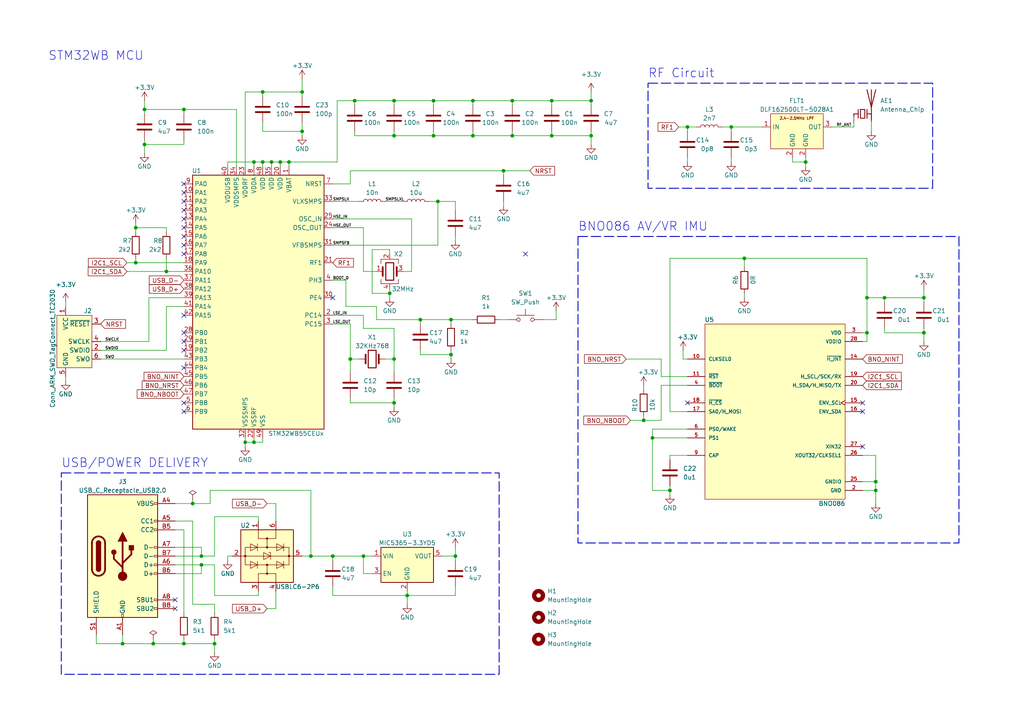
<source format=kicad_sch>
(kicad_sch (version 20230121) (generator eeschema)
  (paper "A4")
  (title_block (title "FBT_Module") (date "2024-02-16") (rev "V0.1") (company "MoveCritic"))
  (lib_symbols
    (symbol "BNO080:BNO080" (pin_names (offset 1.016))
      (property "Reference" "U" (at -20.32 26.67 0))
      (property "Value" "BNO080" (at -20.32 -29.21 0))
      (symbol "BNO080_0_0"
        (pin input line (at -25.4 15.24 0) (length 5.08) (name "CLKSEL0") (number "10"))
        (pin input line (at -25.4 10.16 0) (length 5.08) (name "~{RST}") (number "11"))
        (pin output line (at 25.4 15.24 180) (length 5.08) (name "~{H_INT}") (number "14"))
        (pin bidirectional clock (at 25.4 2.54 180) (length 5.08) (name "ENV_SCL") (number "15"))
        (pin bidirectional line (at 25.4 0 180) (length 5.08) (name "ENV_SDA") (number "16"))
        (pin input line (at -25.4 0 0) (length 5.08) (name "SA0/H_MOSI") (number "17"))
        (pin input line (at -25.4 2.54 0) (length 5.08) (name "~{H_CS}") (number "18"))
        (pin bidirectional line (at 25.4 10.16 180) (length 5.08) (name "H_SCL/SCK/RX") (number "19"))
        (pin power_in line (at 25.4 -22.86 180) (length 5.08) (name "GND") (number "2"))
        (pin bidirectional line (at 25.4 7.62 180) (length 5.08) (name "H_SDA/H_MISO/TX") (number "20"))
        (pin power_in line (at 25.4 -20.32 180) (length 5.08) (name "GNDIO") (number "25"))
        (pin output line (at 25.4 -12.7 180) (length 5.08) (name "XOUT32/CLKSEL1") (number "26"))
        (pin input line (at 25.4 -10.16 180) (length 5.08) (name "XIN32") (number "27"))
        (pin power_in line (at 25.4 20.32 180) (length 5.08) (name "VDDIO") (number "28"))
        (pin power_in line (at 25.4 22.86 180) (length 5.08) (name "VDD") (number "3"))
        (pin input line (at -25.4 7.62 0) (length 5.08) (name "~{BOOT}") (number "4"))
        (pin input line (at -25.4 -7.62 0) (length 5.08) (name "PS1") (number "5"))
        (pin input line (at -25.4 -5.08 0) (length 5.08) (name "PS0/WAKE") (number "6"))
        (pin passive line (at -25.4 -12.7 0) (length 5.08) (name "CAP") (number "9"))
      )
    )
    (symbol "Connector:Conn_ARM_SWD_TagConnect_TC2030" (in_bom no)
      (property "Reference" "J" (at 2.54 11.43 0))
      (property "Value" "Conn_ARM_SWD_TagConnect_TC2030" (at 5.08 8.89 0))
      (symbol "Conn_ARM_SWD_TagConnect_TC2030_0_0"
        (pin power_in line (at -2.54 10.16 270) (length 2.54) (name "VCC") (number "1"))
        (pin bidirectional line (at 7.62 -2.54 180) (length 2.54) (name "SWDIO") (number "2"))
        (pin open_collector line (at 7.62 5.08 180) (length 2.54) (name "~{RESET}") (number "3"))
        (pin output line (at 7.62 0 180) (length 2.54) (name "SWCLK") (number "4"))
        (pin power_in line (at -2.54 -10.16 90) (length 2.54) (name "GND") (number "5"))
        (pin input line (at 7.62 -5.08 180) (length 2.54) (name "SWO") (number "6"))
      )
    )
    (symbol "Connector:USB_C_Receptacle_USB2.0" (pin_names (offset 1.016))
      (property "Reference" "J" (at -10.16 19.05 0))
      (property "Value" "USB_C_Receptacle_USB2.0" (at 19.05 19.05 0))
      (symbol "USB_C_Receptacle_USB2.0_1_1"
        (pin passive line (at 0 -22.86 90) (length 5.08) (name "GND") (number "A1"))
        (pin passive line (at 0 -22.86 90) (length 5.08) hide (name "GND") (number "A12"))
        (pin passive line (at 15.24 15.24 180) (length 5.08) (name "VBUS") (number "A4"))
        (pin bidirectional line (at 15.24 10.16 180) (length 5.08) (name "CC1") (number "A5"))
        (pin bidirectional line (at 15.24 -2.54 180) (length 5.08) (name "D+") (number "A6"))
        (pin bidirectional line (at 15.24 2.54 180) (length 5.08) (name "D-") (number "A7"))
        (pin bidirectional line (at 15.24 -12.7 180) (length 5.08) (name "SBU1") (number "A8"))
        (pin passive line (at 15.24 15.24 180) (length 5.08) hide (name "VBUS") (number "A9"))
        (pin passive line (at 0 -22.86 90) (length 5.08) hide (name "GND") (number "B1"))
        (pin passive line (at 0 -22.86 90) (length 5.08) hide (name "GND") (number "B12"))
        (pin passive line (at 15.24 15.24 180) (length 5.08) hide (name "VBUS") (number "B4"))
        (pin bidirectional line (at 15.24 7.62 180) (length 5.08) (name "CC2") (number "B5"))
        (pin bidirectional line (at 15.24 -5.08 180) (length 5.08) (name "D+") (number "B6"))
        (pin bidirectional line (at 15.24 0 180) (length 5.08) (name "D-") (number "B7"))
        (pin bidirectional line (at 15.24 -15.24 180) (length 5.08) (name "SBU2") (number "B8"))
        (pin passive line (at 15.24 15.24 180) (length 5.08) hide (name "VBUS") (number "B9"))
        (pin passive line (at -7.62 -22.86 90) (length 5.08) (name "SHIELD") (number "S1"))
      )
    )
    (symbol "Device:Antenna_Chip" (pin_numbers hide) (pin_names (offset 1.016) hide)
      (property "Reference" "AE" (at 0 5.08 0))
      (property "Value" "Antenna_Chip" (at 0 3.175 0))
      (symbol "Antenna_Chip_1_1"
        (pin input line (at -2.54 -2.54 90) (length 2.54) (name "FEED") (number "1"))
        (pin passive line (at 2.54 -2.54 90) (length 2.54) (name "PCB_Trace") (number "2"))
      )
    )
    (symbol "Device:C" (pin_numbers hide) (pin_names (offset 0.254))
      (property "Reference" "C" (at 0.635 2.54 0))
      (property "Value" "C" (at 0.635 -2.54 0))
      (symbol "C_1_1"
        (pin passive line (at 0 3.81 270) (length 2.794) (name "~") (number "1"))
        (pin passive line (at 0 -3.81 90) (length 2.794) (name "~") (number "2"))
      )
    )
    (symbol "Device:Crystal" (pin_numbers hide) (pin_names (offset 1.016) hide)
      (property "Reference" "Y" (at 0 3.81 0))
      (property "Value" "Crystal" (at 0 -3.81 0))
      (symbol "Crystal_1_1"
        (pin passive line (at -3.81 0 0) (length 1.27) (name "1") (number "1"))
        (pin passive line (at 3.81 0 180) (length 1.27) (name "2") (number "2"))
      )
    )
    (symbol "Device:Crystal_GND24" (pin_names (offset 1.016) hide)
      (property "Reference" "Y" (at 3.175 5.08 0))
      (property "Value" "Crystal_GND24" (at 3.175 3.175 0))
      (symbol "Crystal_GND24_1_1"
        (pin passive line (at -3.81 0 0) (length 1.27) (name "1") (number "1"))
        (pin passive line (at 0 5.08 270) (length 1.27) (name "2") (number "2"))
        (pin passive line (at 3.81 0 180) (length 1.27) (name "3") (number "3"))
        (pin passive line (at 0 -5.08 90) (length 1.27) (name "4") (number "4"))
      )
    )
    (symbol "Device:L" (pin_numbers hide) (pin_names (offset 1.016) hide)
      (property "Reference" "L" (at -1.27 0 90))
      (property "Value" "L" (at 1.905 0 90))
      (symbol "L_1_1"
        (pin passive line (at 0 3.81 270) (length 1.27) (name "1") (number "1"))
        (pin passive line (at 0 -3.81 90) (length 1.27) (name "2") (number "2"))
      )
    )
    (symbol "Device:R" (pin_numbers hide) (pin_names (offset 0))
      (property "Reference" "R" (at 2.032 0 90))
      (property "Value" "R" (at 0 0 90))
      (symbol "R_1_1"
        (pin passive line (at 0 3.81 270) (length 1.27) (name "~") (number "1"))
        (pin passive line (at 0 -3.81 90) (length 1.27) (name "~") (number "2"))
      )
    )
    (symbol "MCU_ST_STM32WB:STM32WB55CEUx"
      (property "Reference" "U" (at -17.78 39.37 0))
      (property "Value" "STM32WB55CEUx" (at 12.7 39.37 0))
      (symbol "STM32WB55CEUx_1_1"
        (pin power_in line (at -7.62 40.64 270) (length 2.54) (name "VBAT") (number "1"))
        (pin bidirectional line (at 22.86 33.02 180) (length 2.54) (name "PA1") (number "10"))
        (pin bidirectional line (at 22.86 30.48 180) (length 2.54) (name "PA2") (number "11"))
        (pin bidirectional line (at 22.86 27.94 180) (length 2.54) (name "PA3") (number "12"))
        (pin bidirectional line (at 22.86 25.4 180) (length 2.54) (name "PA4") (number "13"))
        (pin bidirectional line (at 22.86 22.86 180) (length 2.54) (name "PA5") (number "14"))
        (pin bidirectional line (at 22.86 20.32 180) (length 2.54) (name "PA6") (number "15"))
        (pin bidirectional line (at 22.86 17.78 180) (length 2.54) (name "PA7") (number "16"))
        (pin bidirectional line (at 22.86 15.24 180) (length 2.54) (name "PA8") (number "17"))
        (pin bidirectional line (at 22.86 12.7 180) (length 2.54) (name "PA9") (number "18"))
        (pin bidirectional line (at 22.86 -12.7 180) (length 2.54) (name "PB2") (number "19"))
        (pin bidirectional line (at -20.32 -2.54 0) (length 2.54) (name "PC14") (number "2"))
        (pin power_in line (at -5.08 40.64 270) (length 2.54) (name "VDD") (number "20"))
        (pin bidirectional line (at -20.32 12.7 0) (length 2.54) (name "RF1") (number "21"))
        (pin power_in line (at 2.54 -38.1 90) (length 2.54) (name "VSSRF") (number "22"))
        (pin power_in line (at 5.08 40.64 270) (length 2.54) (name "VDDRF") (number "23"))
        (pin input line (at -20.32 22.86 0) (length 2.54) (name "OSC_OUT") (number "24"))
        (pin input line (at -20.32 25.4 0) (length 2.54) (name "OSC_IN") (number "25"))
        (pin no_connect line (at -17.78 -35.56 0) (length 2.54) hide (name "AT0") (number "26"))
        (pin no_connect line (at -17.78 -33.02 0) (length 2.54) hide (name "AT1") (number "27"))
        (pin bidirectional line (at 22.86 -7.62 180) (length 2.54) (name "PB0") (number "28"))
        (pin bidirectional line (at 22.86 -10.16 180) (length 2.54) (name "PB1") (number "29"))
        (pin bidirectional line (at -20.32 -5.08 0) (length 2.54) (name "PC15") (number "3"))
        (pin bidirectional line (at -20.32 2.54 0) (length 2.54) (name "PE4") (number "30"))
        (pin input line (at -20.32 17.78 0) (length 2.54) (name "VFBSMPS") (number "31"))
        (pin power_in line (at 5.08 -38.1 90) (length 2.54) (name "VSSSMPS") (number "32"))
        (pin power_in line (at -20.32 30.48 0) (length 2.54) (name "VLXSMPS") (number "33"))
        (pin power_in line (at 7.62 40.64 270) (length 2.54) (name "VDDSMPS") (number "34"))
        (pin power_in line (at -2.54 40.64 270) (length 2.54) (name "VDD") (number "35"))
        (pin bidirectional line (at 22.86 10.16 180) (length 2.54) (name "PA10") (number "36"))
        (pin bidirectional line (at 22.86 7.62 180) (length 2.54) (name "PA11") (number "37"))
        (pin bidirectional line (at 22.86 5.08 180) (length 2.54) (name "PA12") (number "38"))
        (pin bidirectional line (at 22.86 2.54 180) (length 2.54) (name "PA13") (number "39"))
        (pin bidirectional line (at -20.32 7.62 0) (length 2.54) (name "PH3") (number "4"))
        (pin power_in line (at 10.16 40.64 270) (length 2.54) (name "VDDUSB") (number "40"))
        (pin bidirectional line (at 22.86 0 180) (length 2.54) (name "PA14") (number "41"))
        (pin bidirectional line (at 22.86 -2.54 180) (length 2.54) (name "PA15") (number "42"))
        (pin bidirectional line (at 22.86 -15.24 180) (length 2.54) (name "PB3") (number "43"))
        (pin bidirectional line (at 22.86 -17.78 180) (length 2.54) (name "PB4") (number "44"))
        (pin bidirectional line (at 22.86 -20.32 180) (length 2.54) (name "PB5") (number "45"))
        (pin bidirectional line (at 22.86 -22.86 180) (length 2.54) (name "PB6") (number "46"))
        (pin bidirectional line (at 22.86 -25.4 180) (length 2.54) (name "PB7") (number "47"))
        (pin power_in line (at 0 40.64 270) (length 2.54) (name "VDD") (number "48"))
        (pin power_in line (at 0 -38.1 90) (length 2.54) (name "VSS") (number "49"))
        (pin bidirectional line (at 22.86 -27.94 180) (length 2.54) (name "PB8") (number "5"))
        (pin bidirectional line (at 22.86 -30.48 180) (length 2.54) (name "PB9") (number "6"))
        (pin input line (at -20.32 35.56 0) (length 2.54) (name "NRST") (number "7"))
        (pin power_in line (at 2.54 40.64 270) (length 2.54) (name "VDDA") (number "8"))
        (pin bidirectional line (at 22.86 35.56 180) (length 2.54) (name "PA0") (number "9"))
      )
    )
    (symbol "Mechanical:MountingHole" (pin_names (offset 1.016))
      (property "Reference" "H" (at 0 5.08 0))
      (property "Value" "MountingHole" (at 0 3.175 0))
    )
    (symbol "MoveCritic_HW_Schematic_Symbols:DLF162500LT-5028A1"
      (property "Reference" "FLT1" (at 0 3.81 0))
      (property "Value" "DLF162500LT-5028A1" (at 0 1.27 0))
      (symbol "DLF162500LT-5028A1_1_0"
        (pin passive line (at -10.16 -3.81 0) (length 2.54) (name "IN") (number "1"))
        (pin passive line (at -1.27 -12.7 90) (length 2.54) (name "GND") (number "2"))
        (pin passive line (at 2.54 -12.7 90) (length 2.54) (name "GND") (number "2"))
        (pin passive line (at 10.16 -3.81 180) (length 2.54) (name "OUT") (number "3"))
      )
      (symbol "DLF162500LT-5028A1_1_1"
        (text "2.4-2.5MHz LPF\n" (at 0 -1.27 0) (effects (font (size 0.8 0.8))))
      )
    )
    (symbol "Power_Protection:USBLC6-2P6" (pin_names hide)
      (property "Reference" "U" (at 2.54 8.89 0))
      (property "Value" "USBLC6-2P6" (at 2.54 -8.89 0))
      (symbol "USBLC6-2P6_1_1"
        (pin passive line (at -10.16 -2.54 0) (length 2.54) (name "I/O1") (number "1"))
        (pin passive line (at 0 -10.16 90) (length 2.54) (name "GND") (number "2"))
        (pin passive line (at 10.16 -2.54 180) (length 2.54) (name "I/O2") (number "3"))
        (pin passive line (at 10.16 2.54 180) (length 2.54) (name "I/O2") (number "4"))
        (pin passive line (at 0 10.16 270) (length 2.54) (name "VBUS") (number "5"))
        (pin passive line (at -10.16 2.54 0) (length 2.54) (name "I/O1") (number "6"))
      )
    )
    (symbol "Regulator_Linear:MIC5365-3.3YD5"
      (property "Reference" "U" (at -7.62 6.35 0))
      (property "Value" "MIC5365-3.3YD5" (at 0 6.35 0))
      (symbol "MIC5365-3.3YD5_1_1"
        (pin power_in line (at -10.16 2.54 0) (length 2.54) (name "VIN") (number "1"))
        (pin power_in line (at 0 -7.62 90) (length 2.54) (name "GND") (number "2"))
        (pin input line (at -10.16 -2.54 0) (length 2.54) (name "EN") (number "3"))
        (pin no_connect line (at 7.62 -2.54 180) (length 2.54) hide (name "NC") (number "4"))
        (pin power_out line (at 10.16 2.54 180) (length 2.54) (name "VOUT") (number "5"))
      )
    )
    (symbol "Switch:SW_Push" (pin_numbers hide) (pin_names (offset 1.016) hide)
      (property "Reference" "SW" (at 1.27 2.54 0))
      (property "Value" "SW_Push" (at 0 -1.524 0))
      (symbol "SW_Push_0_1"
        (pin passive line (at -5.08 0 0) (length 2.54) (name "1") (number "1"))
        (pin passive line (at 5.08 0 180) (length 2.54) (name "2") (number "2"))
      )
    )
    (symbol "power:+3.3V" (power) (pin_names (offset 0))
      (property "Value" "+3.3V" (at 0 3.556 0))
      (symbol "+3.3V_1_1"
        (pin power_in line (at 0 0 90) (length 0) hide (name "+3.3V") (number "1"))
      )
    )
    (symbol "power:GND" (power) (pin_names (offset 0))
      (property "Value" "GND" (at 0 -3.81 0))
      (symbol "GND_1_1"
        (pin power_in line (at 0 0 270) (length 0) hide (name "GND") (number "1"))
      )
    )
    (symbol "power:PWR_FLAG" (power) (pin_numbers hide) (pin_names (offset 0) hide)
      (property "Value" "PWR_FLAG" (at 0 3.81 0))
      (symbol "PWR_FLAG_0_0"
        (pin power_out line (at 0 0 90) (length 0) (name "pwr") (number "1"))
      )
    )
  )
  (junction (at 251.46 86.36))
  (junction (at 212.09 36.83))
  (junction (at 76.2 26.67))
  (junction (at 39.37 76.2))
  (junction (at 254 139.7))
  (junction (at 73.66 128.27))
  (junction (at 87.63 26.67))
  (junction (at 53.34 186.69))
  (junction (at 58.42 161.29))
  (junction (at 137.16 29.21))
  (junction (at 125.73 29.21))
  (junction (at 62.23 186.69))
  (junction (at 96.52 161.29))
  (junction (at 41.91 41.91))
  (junction (at 127 58.42))
  (junction (at 118.11 172.72))
  (junction (at 55.88 146.05))
  (junction (at 114.3 29.21))
  (junction (at 267.97 96.52))
  (junction (at 114.3 39.37))
  (junction (at 199.39 36.83))
  (junction (at 267.97 86.36))
  (junction (at 101.6 104.14))
  (junction (at 254 142.24))
  (junction (at 186.69 121.92))
  (junction (at 41.91 31.75))
  (junction (at 76.2 46.99))
  (junction (at 44.45 186.69))
  (junction (at 73.66 46.99))
  (junction (at 171.45 39.37))
  (junction (at 105.41 161.29))
  (junction (at 102.87 29.21))
  (junction (at 39.37 66.04))
  (junction (at 121.92 92.71))
  (junction (at 160.02 29.21))
  (junction (at 148.59 39.37))
  (junction (at 71.12 128.27))
  (junction (at 148.59 29.21))
  (junction (at 256.54 86.36))
  (junction (at 53.34 31.75))
  (junction (at 137.16 39.37))
  (junction (at 114.3 116.84))
  (junction (at 114.3 104.14))
  (junction (at 130.81 102.87))
  (junction (at 171.45 29.21))
  (junction (at 90.17 161.29))
  (junction (at 35.56 186.69))
  (junction (at 125.73 39.37))
  (junction (at 251.46 96.52))
  (junction (at 48.26 78.74))
  (junction (at 189.23 127))
  (junction (at 194.31 142.24))
  (junction (at 78.74 46.99))
  (junction (at 132.08 161.29))
  (junction (at 215.9 74.93))
  (junction (at 81.28 46.99))
  (junction (at 146.05 49.53))
  (junction (at 130.81 92.71))
  (junction (at 233.68 46.99))
  (junction (at 113.03 85.09))
  (junction (at 58.42 163.83))
  (junction (at 160.02 39.37))
  (junction (at 87.63 38.1))
  (junction (at 83.82 46.99))
  (no_connect (at 53.34 53.34))
  (no_connect (at 50.8 173.99))
  (no_connect (at 53.34 55.88))
  (no_connect (at 250.19 129.54))
  (no_connect (at 53.34 63.5))
  (no_connect (at 53.34 91.44))
  (no_connect (at 53.34 60.96))
  (no_connect (at 250.19 119.38))
  (no_connect (at 199.39 116.84))
  (no_connect (at 53.34 71.12))
  (no_connect (at 250.19 116.84))
  (no_connect (at 53.34 101.6))
  (no_connect (at 53.34 68.58))
  (no_connect (at 50.8 176.53))
  (no_connect (at 53.34 116.84))
  (no_connect (at 53.34 73.66))
  (no_connect (at 152.4 73.66))
  (no_connect (at 53.34 106.68))
  (no_connect (at 53.34 119.38))
  (no_connect (at 53.34 99.06))
  (no_connect (at 96.52 86.36))
  (no_connect (at 53.34 96.52))
  (no_connect (at 53.34 58.42))
  (no_connect (at 53.34 66.04))
  (wire (pts (xy 102.87 29.21) (xy 102.87 30.48)))
  (wire (pts (xy 73.66 46.99) (xy 73.66 48.26)))
  (wire (pts (xy 250.19 99.06) (xy 251.46 99.06)))
  (wire (pts (xy 130.81 101.6) (xy 130.81 102.87)))
  (wire (pts (xy 199.39 104.14) (xy 198.12 104.14)))
  (wire (pts (xy 144.78 92.71) (xy 147.32 92.71)))
  (wire (pts (xy 55.88 144.78) (xy 55.88 146.05)))
  (wire (pts (xy 160.02 38.1) (xy 160.02 39.37)))
  (wire (pts (xy 80.01 146.05) (xy 80.01 151.13)))
  (wire (pts (xy 189.23 127) (xy 199.39 127)))
  (wire (pts (xy 146.05 50.8) (xy 146.05 49.53)))
  (wire (pts (xy 29.21 104.14) (xy 53.34 104.14)))
  (wire (pts (xy 132.08 161.29) (xy 128.27 161.29)))
  (wire (pts (xy 148.59 29.21) (xy 137.16 29.21)))
  (wire (pts (xy 36.83 78.74) (xy 48.26 78.74)))
  (wire (pts (xy 250.19 139.7) (xy 254 139.7)))
  (wire (pts (xy 171.45 39.37) (xy 171.45 41.91)))
  (wire (pts (xy 114.3 38.1) (xy 114.3 39.37)))
  (wire (pts (xy 105.41 95.25) (xy 114.3 95.25)))
  (wire (pts (xy 132.08 68.58) (xy 132.08 69.85)))
  (wire (pts (xy 229.87 46.99) (xy 233.68 46.99)))
  (wire (pts (xy 105.41 166.37) (xy 105.41 161.29)))
  (wire (pts (xy 96.52 170.18) (xy 96.52 172.72)))
  (wire (pts (xy 53.34 31.75) (xy 53.34 33.02)))
  (wire (pts (xy 256.54 86.36) (xy 256.54 87.63)))
  (wire (pts (xy 62.23 186.69) (xy 53.34 186.69)))
  (wire (pts (xy 194.31 74.93) (xy 215.9 74.93)))
  (wire (pts (xy 101.6 53.34) (xy 96.52 53.34)))
  (wire (pts (xy 114.3 95.25) (xy 114.3 104.14)))
  (wire (pts (xy 39.37 76.2) (xy 53.34 76.2)))
  (wire (pts (xy 250.19 96.52) (xy 251.46 96.52)))
  (wire (pts (xy 233.68 45.72) (xy 233.68 46.99)))
  (wire (pts (xy 267.97 96.52) (xy 267.97 95.25)))
  (wire (pts (xy 78.74 46.99) (xy 78.74 48.26)))
  (wire (pts (xy 87.63 35.56) (xy 87.63 38.1)))
  (wire (pts (xy 96.52 58.42) (xy 104.14 58.42)))
  (wire (pts (xy 137.16 38.1) (xy 137.16 39.37)))
  (wire (pts (xy 48.26 101.6) (xy 48.26 88.9)))
  (wire (pts (xy 44.45 185.42) (xy 44.45 186.69)))
  (wire (pts (xy 101.6 49.53) (xy 101.6 53.34)))
  (wire (pts (xy 58.42 163.83) (xy 62.23 163.83)))
  (wire (pts (xy 199.39 38.1) (xy 199.39 36.83)))
  (wire (pts (xy 58.42 166.37) (xy 58.42 163.83)))
  (wire (pts (xy 96.52 91.44) (xy 105.41 91.44)))
  (wire (pts (xy 48.26 74.93) (xy 48.26 78.74)))
  (wire (pts (xy 53.34 186.69) (xy 53.34 185.42)))
  (wire (pts (xy 104.14 104.14) (xy 101.6 104.14)))
  (wire (pts (xy 60.96 142.24) (xy 90.17 142.24)))
  (wire (pts (xy 87.63 38.1) (xy 76.2 38.1)))
  (wire (pts (xy 189.23 142.24) (xy 194.31 142.24)))
  (wire (pts (xy 58.42 161.29) (xy 62.23 161.29)))
  (wire (pts (xy 39.37 64.77) (xy 39.37 66.04)))
  (wire (pts (xy 191.77 111.76) (xy 191.77 121.92)))
  (wire (pts (xy 161.29 90.17) (xy 161.29 92.71)))
  (wire (pts (xy 101.6 104.14) (xy 101.6 107.95)))
  (wire (pts (xy 36.83 76.2) (xy 39.37 76.2)))
  (wire (pts (xy 105.41 66.04) (xy 105.41 78.74)))
  (wire (pts (xy 241.3 36.83) (xy 247.65 36.83)))
  (wire (pts (xy 50.8 161.29) (xy 58.42 161.29)))
  (wire (pts (xy 160.02 29.21) (xy 160.02 30.48)))
  (wire (pts (xy 109.22 88.9) (xy 109.22 92.71)))
  (wire (pts (xy 105.41 78.74) (xy 109.22 78.74)))
  (wire (pts (xy 267.97 86.36) (xy 256.54 86.36)))
  (wire (pts (xy 73.66 127) (xy 73.66 128.27)))
  (wire (pts (xy 62.23 149.86) (xy 74.93 149.86)))
  (wire (pts (xy 212.09 36.83) (xy 212.09 38.1)))
  (wire (pts (xy 81.28 46.99) (xy 81.28 48.26)))
  (wire (pts (xy 101.6 104.14) (xy 101.6 93.98)))
  (wire (pts (xy 148.59 29.21) (xy 148.59 30.48)))
  (wire (pts (xy 83.82 48.26) (xy 83.82 46.99)))
  (wire (pts (xy 68.58 31.75) (xy 68.58 48.26)))
  (wire (pts (xy 97.79 46.99) (xy 83.82 46.99)))
  (wire (pts (xy 251.46 96.52) (xy 251.46 99.06)))
  (wire (pts (xy 74.93 149.86) (xy 74.93 151.13)))
  (wire (pts (xy 19.05 109.22) (xy 19.05 110.49)))
  (wire (pts (xy 50.8 146.05) (xy 55.88 146.05)))
  (wire (pts (xy 171.45 29.21) (xy 160.02 29.21)))
  (wire (pts (xy 191.77 111.76) (xy 199.39 111.76)))
  (wire (pts (xy 251.46 74.93) (xy 251.46 86.36)))
  (wire (pts (xy 124.46 58.42) (xy 127 58.42)))
  (wire (pts (xy 96.52 71.12) (xy 127 71.12)))
  (wire (pts (xy 53.34 153.67) (xy 53.34 177.8)))
  (wire (pts (xy 194.31 140.97) (xy 194.31 142.24)))
  (wire (pts (xy 250.19 132.08) (xy 254 132.08)))
  (wire (pts (xy 114.3 115.57) (xy 114.3 116.84)))
  (wire (pts (xy 62.23 186.69) (xy 62.23 189.23)))
  (wire (pts (xy 250.19 142.24) (xy 254 142.24)))
  (wire (pts (xy 251.46 86.36) (xy 251.46 96.52)))
  (wire (pts (xy 247.65 35.56) (xy 247.65 36.83)))
  (wire (pts (xy 90.17 161.29) (xy 96.52 161.29)))
  (wire (pts (xy 90.17 142.24) (xy 90.17 161.29)))
  (wire (pts (xy 198.12 101.6) (xy 198.12 104.14)))
  (wire (pts (xy 44.45 186.69) (xy 53.34 186.69)))
  (wire (pts (xy 186.69 120.65) (xy 186.69 121.92)))
  (wire (pts (xy 111.76 58.42) (xy 116.84 58.42)))
  (wire (pts (xy 41.91 40.64) (xy 41.91 41.91)))
  (wire (pts (xy 121.92 102.87) (xy 130.81 102.87)))
  (wire (pts (xy 35.56 184.15) (xy 35.56 186.69)))
  (wire (pts (xy 256.54 95.25) (xy 256.54 96.52)))
  (wire (pts (xy 121.92 92.71) (xy 121.92 93.98)))
  (wire (pts (xy 114.3 107.95) (xy 114.3 104.14)))
  (wire (pts (xy 74.93 172.72) (xy 74.93 171.45)))
  (wire (pts (xy 77.47 176.53) (xy 80.01 176.53)))
  (wire (pts (xy 171.45 26.67) (xy 171.45 29.21)))
  (wire (pts (xy 76.2 127) (xy 76.2 128.27)))
  (wire (pts (xy 41.91 41.91) (xy 41.91 44.45)))
  (wire (pts (xy 55.88 175.26) (xy 62.23 175.26)))
  (wire (pts (xy 107.95 72.39) (xy 113.03 72.39)))
  (wire (pts (xy 58.42 158.75) (xy 58.42 161.29)))
  (wire (pts (xy 212.09 45.72) (xy 212.09 46.99)))
  (wire (pts (xy 48.26 67.31) (xy 48.26 66.04)))
  (wire (pts (xy 196.85 36.83) (xy 199.39 36.83)))
  (wire (pts (xy 83.82 46.99) (xy 81.28 46.99)))
  (wire (pts (xy 29.21 101.6) (xy 48.26 101.6)))
  (wire (pts (xy 87.63 26.67) (xy 87.63 27.94)))
  (wire (pts (xy 102.87 39.37) (xy 102.87 38.1)))
  (wire (pts (xy 50.8 163.83) (xy 58.42 163.83)))
  (wire (pts (xy 41.91 41.91) (xy 53.34 41.91)))
  (wire (pts (xy 50.8 166.37) (xy 58.42 166.37)))
  (wire (pts (xy 96.52 66.04) (xy 105.41 66.04)))
  (wire (pts (xy 215.9 85.09) (xy 215.9 86.36)))
  (wire (pts (xy 100.33 88.9) (xy 109.22 88.9)))
  (wire (pts (xy 43.18 86.36) (xy 53.34 86.36)))
  (wire (pts (xy 137.16 29.21) (xy 137.16 30.48)))
  (wire (pts (xy 96.52 161.29) (xy 105.41 161.29)))
  (wire (pts (xy 229.87 45.72) (xy 229.87 46.99)))
  (wire (pts (xy 194.31 132.08) (xy 194.31 133.35)))
  (wire (pts (xy 233.68 46.99) (xy 233.68 48.26)))
  (wire (pts (xy 90.17 161.29) (xy 87.63 161.29)))
  (wire (pts (xy 119.38 63.5) (xy 119.38 78.74)))
  (wire (pts (xy 27.94 186.69) (xy 35.56 186.69)))
  (wire (pts (xy 53.34 40.64) (xy 53.34 41.91)))
  (wire (pts (xy 161.29 92.71) (xy 157.48 92.71)))
  (wire (pts (xy 105.41 91.44) (xy 105.41 95.25)))
  (wire (pts (xy 53.34 31.75) (xy 68.58 31.75)))
  (wire (pts (xy 118.11 171.45) (xy 118.11 172.72)))
  (wire (pts (xy 146.05 58.42) (xy 146.05 59.69)))
  (wire (pts (xy 81.28 46.99) (xy 78.74 46.99)))
  (wire (pts (xy 43.18 99.06) (xy 43.18 86.36)))
  (wire (pts (xy 48.26 66.04) (xy 39.37 66.04)))
  (wire (pts (xy 73.66 46.99) (xy 66.04 46.99)))
  (wire (pts (xy 160.02 39.37) (xy 148.59 39.37)))
  (wire (pts (xy 189.23 127) (xy 189.23 142.24)))
  (wire (pts (xy 212.09 36.83) (xy 220.98 36.83)))
  (wire (pts (xy 97.79 29.21) (xy 102.87 29.21)))
  (wire (pts (xy 60.96 146.05) (xy 60.96 142.24)))
  (wire (pts (xy 96.52 63.5) (xy 119.38 63.5)))
  (wire (pts (xy 267.97 83.82) (xy 267.97 86.36)))
  (wire (pts (xy 121.92 101.6) (xy 121.92 102.87)))
  (wire (pts (xy 107.95 72.39) (xy 107.95 85.09)))
  (wire (pts (xy 39.37 66.04) (xy 39.37 67.31)))
  (wire (pts (xy 148.59 38.1) (xy 148.59 39.37)))
  (wire (pts (xy 76.2 26.67) (xy 76.2 27.94)))
  (wire (pts (xy 41.91 33.02) (xy 41.91 31.75)))
  (wire (pts (xy 62.23 163.83) (xy 62.23 172.72)))
  (wire (pts (xy 118.11 172.72) (xy 118.11 175.26)))
  (wire (pts (xy 62.23 175.26) (xy 62.23 177.8)))
  (wire (pts (xy 199.39 36.83) (xy 201.93 36.83)))
  (wire (pts (xy 125.73 29.21) (xy 114.3 29.21)))
  (wire (pts (xy 50.8 153.67) (xy 53.34 153.67)))
  (wire (pts (xy 41.91 31.75) (xy 53.34 31.75)))
  (wire (pts (xy 118.11 172.72) (xy 132.08 172.72)))
  (wire (pts (xy 55.88 146.05) (xy 60.96 146.05)))
  (wire (pts (xy 199.39 124.46) (xy 189.23 124.46)))
  (wire (pts (xy 215.9 74.93) (xy 251.46 74.93)))
  (wire (pts (xy 182.88 121.92) (xy 186.69 121.92)))
  (wire (pts (xy 71.12 26.67) (xy 76.2 26.67)))
  (wire (pts (xy 132.08 162.56) (xy 132.08 161.29)))
  (wire (pts (xy 77.47 146.05) (xy 80.01 146.05)))
  (wire (pts (xy 76.2 26.67) (xy 87.63 26.67)))
  (wire (pts (xy 130.81 92.71) (xy 137.16 92.71)))
  (wire (pts (xy 125.73 29.21) (xy 125.73 30.48)))
  (wire (pts (xy 39.37 74.93) (xy 39.37 76.2)))
  (wire (pts (xy 121.92 92.71) (xy 130.81 92.71)))
  (wire (pts (xy 127 58.42) (xy 132.08 58.42)))
  (wire (pts (xy 96.52 172.72) (xy 118.11 172.72)))
  (wire (pts (xy 105.41 161.29) (xy 107.95 161.29)))
  (wire (pts (xy 186.69 111.76) (xy 186.69 113.03)))
  (wire (pts (xy 127 58.42) (xy 127 71.12)))
  (wire (pts (xy 137.16 39.37) (xy 125.73 39.37)))
  (wire (pts (xy 254 132.08) (xy 254 139.7)))
  (wire (pts (xy 73.66 128.27) (xy 71.12 128.27)))
  (wire (pts (xy 267.97 96.52) (xy 267.97 99.06)))
  (wire (pts (xy 113.03 72.39) (xy 113.03 73.66)))
  (wire (pts (xy 71.12 127) (xy 71.12 128.27)))
  (wire (pts (xy 256.54 96.52) (xy 267.97 96.52)))
  (wire (pts (xy 130.81 92.71) (xy 130.81 93.98)))
  (wire (pts (xy 19.05 87.63) (xy 19.05 88.9)))
  (wire (pts (xy 160.02 29.21) (xy 148.59 29.21)))
  (wire (pts (xy 186.69 121.92) (xy 191.77 121.92)))
  (wire (pts (xy 125.73 38.1) (xy 125.73 39.37)))
  (wire (pts (xy 50.8 158.75) (xy 58.42 158.75)))
  (wire (pts (xy 130.81 102.87) (xy 130.81 104.14)))
  (wire (pts (xy 76.2 35.56) (xy 76.2 38.1)))
  (wire (pts (xy 194.31 119.38) (xy 199.39 119.38)))
  (wire (pts (xy 114.3 104.14) (xy 111.76 104.14)))
  (wire (pts (xy 76.2 128.27) (xy 73.66 128.27)))
  (wire (pts (xy 62.23 185.42) (xy 62.23 186.69)))
  (wire (pts (xy 132.08 60.96) (xy 132.08 58.42)))
  (wire (pts (xy 252.73 35.56) (xy 252.73 38.1)))
  (wire (pts (xy 199.39 132.08) (xy 194.31 132.08)))
  (wire (pts (xy 171.45 39.37) (xy 160.02 39.37)))
  (wire (pts (xy 267.97 87.63) (xy 267.97 86.36)))
  (wire (pts (xy 101.6 93.98) (xy 96.52 93.98)))
  (wire (pts (xy 96.52 81.28) (xy 100.33 81.28)))
  (wire (pts (xy 113.03 85.09) (xy 113.03 86.36)))
  (wire (pts (xy 132.08 172.72) (xy 132.08 170.18)))
  (wire (pts (xy 148.59 39.37) (xy 137.16 39.37)))
  (wire (pts (xy 66.04 162.56) (xy 66.04 161.29)))
  (wire (pts (xy 114.3 29.21) (xy 102.87 29.21)))
  (wire (pts (xy 132.08 158.75) (xy 132.08 161.29)))
  (wire (pts (xy 66.04 46.99) (xy 66.04 48.26)))
  (wire (pts (xy 80.01 176.53) (xy 80.01 171.45)))
  (wire (pts (xy 62.23 172.72) (xy 74.93 172.72)))
  (wire (pts (xy 199.39 45.72) (xy 199.39 46.99)))
  (wire (pts (xy 66.04 161.29) (xy 67.31 161.29)))
  (wire (pts (xy 171.45 30.48) (xy 171.45 29.21)))
  (wire (pts (xy 101.6 49.53) (xy 146.05 49.53)))
  (wire (pts (xy 191.77 104.14) (xy 191.77 109.22)))
  (wire (pts (xy 119.38 78.74) (xy 116.84 78.74)))
  (wire (pts (xy 55.88 151.13) (xy 55.88 175.26)))
  (wire (pts (xy 171.45 38.1) (xy 171.45 39.37)))
  (wire (pts (xy 27.94 184.15) (xy 27.94 186.69)))
  (wire (pts (xy 87.63 38.1) (xy 87.63 39.37)))
  (wire (pts (xy 137.16 29.21) (xy 125.73 29.21)))
  (wire (pts (xy 254 139.7) (xy 254 142.24)))
  (wire (pts (xy 114.3 116.84) (xy 114.3 118.11)))
  (wire (pts (xy 87.63 22.86) (xy 87.63 26.67)))
  (wire (pts (xy 101.6 116.84) (xy 101.6 115.57)))
  (wire (pts (xy 78.74 46.99) (xy 76.2 46.99)))
  (wire (pts (xy 97.79 29.21) (xy 97.79 46.99)))
  (wire (pts (xy 209.55 36.83) (xy 212.09 36.83)))
  (wire (pts (xy 189.23 124.46) (xy 189.23 127)))
  (wire (pts (xy 50.8 151.13) (xy 55.88 151.13)))
  (wire (pts (xy 35.56 186.69) (xy 44.45 186.69)))
  (wire (pts (xy 114.3 29.21) (xy 114.3 30.48)))
  (wire (pts (xy 48.26 88.9) (xy 53.34 88.9)))
  (wire (pts (xy 100.33 81.28) (xy 100.33 88.9)))
  (wire (pts (xy 96.52 161.29) (xy 96.52 162.56)))
  (wire (pts (xy 62.23 161.29) (xy 62.23 149.86)))
  (wire (pts (xy 113.03 85.09) (xy 113.03 83.82)))
  (wire (pts (xy 41.91 29.21) (xy 41.91 31.75)))
  (wire (pts (xy 48.26 78.74) (xy 53.34 78.74)))
  (wire (pts (xy 76.2 46.99) (xy 73.66 46.99)))
  (wire (pts (xy 71.12 128.27) (xy 71.12 129.54)))
  (wire (pts (xy 181.61 104.14) (xy 191.77 104.14)))
  (wire (pts (xy 215.9 74.93) (xy 215.9 77.47)))
  (wire (pts (xy 251.46 86.36) (xy 256.54 86.36)))
  (wire (pts (xy 114.3 116.84) (xy 101.6 116.84)))
  (wire (pts (xy 194.31 142.24) (xy 194.31 143.51)))
  (wire (pts (xy 191.77 109.22) (xy 199.39 109.22)))
  (wire (pts (xy 76.2 46.99) (xy 76.2 48.26)))
  (wire (pts (xy 194.31 74.93) (xy 194.31 119.38)))
  (wire (pts (xy 146.05 49.53) (xy 153.67 49.53)))
  (wire (pts (xy 71.12 26.67) (xy 71.12 48.26)))
  (wire (pts (xy 107.95 85.09) (xy 113.03 85.09)))
  (wire (pts (xy 109.22 92.71) (xy 121.92 92.71)))
  (wire (pts (xy 107.95 166.37) (xy 105.41 166.37)))
  (wire (pts (xy 29.21 99.06) (xy 43.18 99.06)))
  (wire (pts (xy 114.3 39.37) (xy 102.87 39.37)))
  (wire (pts (xy 254 142.24) (xy 254 146.05)))
  (wire (pts (xy 125.73 39.37) (xy 114.3 39.37)))
  (rectangle (start 187.96 24.13) (end 270.51 54.61) (stroke (width 0.254) (type dash)))
  (rectangle (start 17.78 137.16) (end 144.78 195.58) (stroke (width 0.254) (type dash)))
  (rectangle (start 167.64 68.58) (end 278.13 157.48) (stroke (width 0.254) (type dash)))
  (text "USB/POWER DELIVERY" (at 17.78 135.89 0) (effects (font (size 2.54 2.54)) (justify left bottom)))
  (text "STM32WB MCU" (at 13.97 17.78 0) (effects (font (size 2.54 2.54)) (justify left bottom)))
  (text "BNO086 AV/VR IMU\n" (at 167.64 67.31 0) (effects (font (size 2.54 2.54)) (justify left bottom)))
  (text "RF Circuit\n" (at 187.96 22.86 0) (effects (font (size 2.54 2.54)) (justify left bottom)))
  (label "HSE_IN" (at 96.52 63.5 0) (effects (font (size 0.8 0.8))))
  (label "LSE_OUT" (at 96.52 93.98 0) (effects (font (size 0.8 0.8))))
  (label "LSE_IN" (at 96.52 91.44 0) (effects (font (size 0.8 0.8))))
  (label "RF_ANT" (at 242.57 36.83 0) (effects (font (size 0.8 0.8))))
  (label "SWDIO" (at 30.48 101.6 0) (effects (font (size 0.8 0.8))))
  (label "SWO" (at 30.48 104.14 0) (effects (font (size 0.8 0.8))))
  (label "HSE_OUT" (at 96.52 66.04 0) (effects (font (size 0.8 0.8))))
  (label "SWCLK" (at 30.48 99.06 0) (effects (font (size 0.8 0.8))))
  (label "SMPSLX" (at 96.52 58.42 0) (effects (font (size 0.8 0.8))))
  (label "SMPSFB" (at 96.52 71.12 0) (effects (font (size 0.8 0.8))))
  (label "BOOT_0" (at 96.52 81.28 0) (effects (font (size 0.8 0.8))))
  (label "SMPSLXL" (at 111.76 58.42 0) (effects (font (size 0.8 0.8))))
  (global_label "RF1" (shape input) (at 196.85 36.83 180) (property "Intersheetrefs" "${INTERSHEET_REFS}" (effects hide)))
  (global_label "USB_D+" (shape input) (at 53.34 83.82 180) (property "Intersheetrefs" "${INTERSHEET_REFS}" (effects hide)))
  (global_label "BNO_NRST" (shape input) (at 53.34 111.76 180) (property "Intersheetrefs" "${INTERSHEET_REFS}" (effects hide)))
  (global_label "I2C1_SCL" (shape input) (at 250.19 109.22 0) (property "Intersheetrefs" "${INTERSHEET_REFS}" (effects hide)))
  (global_label "BNO_NINT" (shape input) (at 250.19 104.14 0) (property "Intersheetrefs" "${INTERSHEET_REFS}" (effects hide)))
  (global_label "BNO_NBOOT" (shape input) (at 53.34 114.3 180) (property "Intersheetrefs" "${INTERSHEET_REFS}" (effects hide)))
  (global_label "RF1" (shape input) (at 96.52 76.2 0) (property "Intersheetrefs" "${INTERSHEET_REFS}" (effects hide)))
  (global_label "NRST" (shape input) (at 153.67 49.53 0) (property "Intersheetrefs" "${INTERSHEET_REFS}" (effects hide)))
  (global_label "BNO_NINT" (shape input) (at 53.34 109.22 180) (property "Intersheetrefs" "${INTERSHEET_REFS}" (effects hide)))
  (global_label "BNO_NRST" (shape input) (at 181.61 104.14 180) (property "Intersheetrefs" "${INTERSHEET_REFS}" (effects hide)))
  (global_label "I2C1_SCL" (shape input) (at 36.83 76.2 180) (property "Intersheetrefs" "${INTERSHEET_REFS}" (effects hide)))
  (global_label "I2C1_SDA" (shape input) (at 36.83 78.74 180) (property "Intersheetrefs" "${INTERSHEET_REFS}" (effects hide)))
  (global_label "I2C1_SDA" (shape input) (at 250.19 111.76 0) (property "Intersheetrefs" "${INTERSHEET_REFS}" (effects hide)))
  (global_label "USB_D-" (shape input) (at 77.47 146.05 180) (property "Intersheetrefs" "${INTERSHEET_REFS}" (effects hide)))
  (global_label "BNO_NBOOT" (shape input) (at 182.88 121.92 180) (property "Intersheetrefs" "${INTERSHEET_REFS}" (effects hide)))
  (global_label "USB_D-" (shape input) (at 53.34 81.28 180) (property "Intersheetrefs" "${INTERSHEET_REFS}" (effects hide)))
  (global_label "NRST" (shape input) (at 29.21 93.98 0) (property "Intersheetrefs" "${INTERSHEET_REFS}" (effects hide)))
  (global_label "USB_D+" (shape input) (at 77.47 176.53 180) (property "Intersheetrefs" "${INTERSHEET_REFS}" (effects hide)))
  (symbol (lib_id "power:GND") (at 199.39 46.99 0) (mirror y) (unit 1)
    (property "Reference" "#PWR010" (effects hide))
    (property "Value" "GND" (at 199.39 50.8 0))
  )
  (symbol (lib_id "Device:Antenna_Chip") (at 250.19 33.02 0) (unit 1)
    (property "Reference" "AE1" (at 255.27 29.21 0) (effects (justify left)))
    (property "Value" "Antenna_Chip" (at 255.27 31.75 0) (effects (justify left)))
    (property "Footprint" "830009678:2400MHz_PCB_Meander_Antenna" (effects hide))
  )
  (symbol (lib_id "Device:C") (at 114.3 111.76 0) (unit 1)
    (property "Reference" "C13" (at 118.11 110.49 0) (effects (justify left)))
    (property "Value" "10p" (at 118.11 113.03 0) (effects (justify left)))
    (property "Footprint" "Capacitor_SMD:C_0402_1005Metric" (effects hide))
  )
  (symbol (lib_id "Device:C") (at 212.09 41.91 0) (mirror y) (unit 1)
    (property "Reference" "C15" (at 218.44 40.64 0) (effects (justify left)))
    (property "Value" "0p3" (at 219.71 43.18 0) (effects (justify left)))
    (property "Footprint" "Capacitor_SMD:C_0402_1005Metric" (effects hide))
  )
  (symbol (lib_id "Mechanical:MountingHole") (at 156.21 179.07 0) (unit 1)
    (property "Reference" "H2" (at 158.75 177.8 0) (effects (justify left)))
    (property "Value" "MountingHole" (at 158.75 180.34 0) (effects (justify left)))
    (property "Footprint" "MountingHole:MountingHole_2.2mm_M2_Pad_Via" (effects hide))
  )
  (symbol (lib_id "power:GND") (at 267.97 99.06 0) (mirror y) (unit 1)
    (property "Reference" "#PWR012" (effects hide))
    (property "Value" "GND" (at 267.97 102.87 0))
  )
  (symbol (lib_id "Device:R") (at 140.97 92.71 270) (unit 1)
    (property "Reference" "R1" (at 140.97 86.36 90))
    (property "Value" "1k" (at 140.97 88.9 90))
    (property "Footprint" "Resistor_SMD:R_0603_1608Metric" (effects hide))
  )
  (symbol (lib_id "Device:C") (at 267.97 91.44 0) (mirror y) (unit 1)
    (property "Reference" "C21" (at 274.32 90.17 0) (effects (justify left)))
    (property "Value" "0u1" (at 275.59 92.71 0) (effects (justify left)))
    (property "Footprint" "Capacitor_SMD:C_0201_0603Metric" (effects hide))
  )
  (symbol (lib_id "Device:C") (at 102.87 34.29 0) (mirror y) (unit 1)
    (property "Reference" "C6" (at 109.22 33.02 0) (effects (justify left)))
    (property "Value" "100n" (at 110.49 35.56 0) (effects (justify left)))
    (property "Footprint" "Capacitor_SMD:C_0201_0603Metric" (effects hide))
  )
  (symbol (lib_id "power:+3.3V") (at 161.29 90.17 0) (unit 1)
    (property "Reference" "#PWR019" (effects hide))
    (property "Value" "+3.3V" (at 161.29 86.36 0))
  )
  (symbol (lib_id "Device:C") (at 76.2 31.75 0) (unit 1)
    (property "Reference" "C10" (at 80.01 30.48 0) (effects (justify left)))
    (property "Value" "100n" (at 80.01 33.02 0) (effects (justify left)))
    (property "Footprint" "Capacitor_SMD:C_0201_0603Metric" (effects hide))
  )
  (symbol (lib_id "power:PWR_FLAG") (at 55.88 144.78 0) (unit 1)
    (property "Reference" "#FLG02" (effects hide))
    (property "Value" "PWR_FLAG" (effects hide))
  )
  (symbol (lib_id "power:GND") (at 87.63 39.37 0) (unit 1)
    (property "Reference" "#PWR06" (effects hide))
    (property "Value" "GND" (at 87.63 43.18 0))
  )
  (symbol (lib_id "power:GND") (at 41.91 44.45 0) (unit 1)
    (property "Reference" "#PWR04" (effects hide))
    (property "Value" "GND" (at 41.91 48.26 0))
  )
  (symbol (lib_id "power:GND") (at 212.09 46.99 0) (mirror y) (unit 1)
    (property "Reference" "#PWR011" (effects hide))
    (property "Value" "GND" (at 212.09 50.8 0))
  )
  (symbol (lib_id "power:+3.3V") (at 267.97 83.82 0) (mirror y) (unit 1)
    (property "Reference" "#PWR027" (effects hide))
    (property "Value" "+3.3V" (at 267.97 80.01 0))
  )
  (symbol (lib_id "power:GND") (at 130.81 104.14 0) (mirror y) (unit 1)
    (property "Reference" "#PWR018" (effects hide))
    (property "Value" "GND" (at 130.81 107.95 0))
  )
  (symbol (lib_id "Device:R") (at 39.37 71.12 0) (unit 1)
    (property "Reference" "R7" (at 35.56 69.85 0) (effects (justify left)))
    (property "Value" "2k2" (at 34.29 72.39 0) (effects (justify left)))
    (property "Footprint" "Resistor_SMD:R_0402_1005Metric" (effects hide))
  )
  (symbol (lib_id "Device:R") (at 215.9 81.28 180) (unit 1)
    (property "Reference" "R6" (at 213.36 82.55 90) (effects (justify right)))
    (property "Value" "0R" (at 218.44 82.55 90) (effects (justify right)))
    (property "Footprint" "Resistor_SMD:R_0603_1608Metric" (effects hide))
  )
  (symbol (lib_id "Device:C") (at 137.16 34.29 0) (mirror y) (unit 1)
    (property "Reference" "C3" (at 143.51 33.02 0) (effects (justify left)))
    (property "Value" "100n" (at 144.78 35.56 0) (effects (justify left)))
    (property "Footprint" "Capacitor_SMD:C_0201_0603Metric" (effects hide))
  )
  (symbol (lib_id "power:GND") (at 66.04 162.56 0) (mirror y) (unit 1)
    (property "Reference" "#PWR020" (effects hide))
    (property "Value" "GND" (at 66.04 166.37 0))
  )
  (symbol (lib_id "Switch:SW_Push") (at 152.4 92.71 0) (unit 1)
    (property "Reference" "SW1" (at 152.4 85.09 0))
    (property "Value" "SW_Push" (at 152.4 87.63 0))
    (property "Footprint" "Connector_PinHeader_2.54mm:PinHeader_1x02_P2.54mm_Vertical" (effects hide))
  )
  (symbol (lib_id "power:GND") (at 252.73 38.1 0) (mirror y) (unit 1)
    (property "Reference" "#PWR014" (effects hide))
    (property "Value" "GND" (at 252.73 41.91 0))
  )
  (symbol (lib_id "Device:L") (at 120.65 58.42 90) (unit 1)
    (property "Reference" "L2" (at 120.65 53.34 90))
    (property "Value" "10u" (at 120.65 55.88 90))
    (property "Footprint" "Inductor_SMD:L_0805_2012Metric" (effects hide))
  )
  (symbol (lib_id "power:GND") (at 254 146.05 0) (mirror y) (unit 1)
    (property "Reference" "#PWR028" (effects hide))
    (property "Value" "GND" (at 254 149.86 0))
  )
  (symbol (lib_id "Device:L") (at 107.95 58.42 90) (unit 1)
    (property "Reference" "L1" (at 107.95 53.34 90))
    (property "Value" "10n" (at 107.95 55.88 90))
    (property "Footprint" "Inductor_SMD:L_0402_1005Metric" (effects hide))
  )
  (symbol (lib_id "Device:C") (at 132.08 64.77 0) (unit 1)
    (property "Reference" "C11" (at 135.89 63.5 0) (effects (justify left)))
    (property "Value" "4u7" (at 135.89 66.04 0) (effects (justify left)))
    (property "Footprint" "Capacitor_SMD:C_0201_0603Metric" (effects hide))
  )
  (symbol (lib_id "Connector:Conn_ARM_SWD_TagConnect_TC2030") (at 21.59 99.06 0) (unit 1) (in_bom no)
    (property "Reference" "J2" (at 26.67 90.17 0) (effects (justify right)))
    (property "Value" "Conn_ARM_SWD_TagConnect_TC2030" (at 15.24 83.82 90) (effects (justify right)))
    (property "Footprint" "Connector:Tag-Connect_TC2030-IDC-FP_2x03_P1.27mm_Vertical" (effects hide))
    (property "Datasheet" "https://www.tag-connect.com/wp-content/uploads/bsk-pdf-manager/TC2030-CTX_1.pdf" (effects hide))
  )
  (symbol (lib_id "Connector:USB_C_Receptacle_USB2.0") (at 35.56 161.29 0) (unit 1)
    (property "Reference" "J3" (at 35.56 139.7 0))
    (property "Value" "USB_C_Receptacle_USB2.0" (at 35.56 142.24 0))
    (property "Footprint" "Connector_USB:USB_C_Receptacle_GCT_USB4105-xx-A_16P_TopMnt_Horizontal" (effects hide))
    (property "Datasheet" "https://www.usb.org/sites/default/files/documents/usb_type-c.zip" (effects hide))
  )
  (symbol (lib_id "BNO080:BNO080") (at 224.79 119.38 0) (unit 1)
    (property "Reference" "U5" (at 205.74 92.71 0))
    (property "Value" "BNO086" (at 241.3 146.05 0))
    (property "Footprint" "Package_LGA:LGA-28_5.2x3.8mm_P0.5mm" (effects hide))
    (property "MF" "Hillcrest Laboratories," (effects hide))
    (property "MAXIMUM_PACKAGE_HEIGHT" "1.180 mm" (effects hide))
    (property "Package" "TFLGA-28 Hillcrest Laboratories," (effects hide))
    (property "Price" "None" (effects hide))
    (property "Check_prices" "https://www.snapeda.com/parts/BNO080/Hillcrest+Laboratories%252C+Inc./view-part/?ref=eda" (effects hide))
    (property "STANDARD" "Manufacturer Recommendations" (effects hide))
    (property "PARTREV" "1.6" (effects hide))
    (property "SnapEDA_Link" "https://www.snapeda.com/parts/BNO080/Hillcrest+Laboratories%252C+Inc./view-part/?ref=snap" (effects hide))
    (property "MP" "BNO080" (effects hide))
    (property "Description" "\nAccelerometer, Gyroscope, Magnetometer, 9 Axis Sensor I²C, SPI, UART Output\n" (effects hide))
    (property "Availability" "Not in stock" (effects hide))
    (property "MANUFACTURER" "Hillcrest Laboratories, Inc." (effects hide))
  )
  (symbol (lib_id "power:GND") (at 114.3 118.11 0) (mirror y) (unit 1)
    (property "Reference" "#PWR08" (effects hide))
    (property "Value" "GND" (at 114.3 121.92 0))
  )
  (symbol (lib_id "Device:C") (at 125.73 34.29 0) (mirror y) (unit 1)
    (property "Reference" "C4" (at 132.08 33.02 0) (effects (justify left)))
    (property "Value" "100n" (at 133.35 35.56 0) (effects (justify left)))
    (property "Footprint" "Capacitor_SMD:C_0201_0603Metric" (effects hide))
  )
  (symbol (lib_id "power:+3.3V") (at 186.69 111.76 0) (unit 1)
    (property "Reference" "#PWR029" (effects hide))
    (property "Value" "+3.3V" (at 187.96 107.95 0))
  )
  (symbol (lib_id "power:+3.3V") (at 19.05 87.63 0) (unit 1)
    (property "Reference" "#PWR016" (effects hide))
    (property "Value" "+3.3V" (at 19.05 82.55 0))
  )
  (symbol (lib_id "power:GND") (at 71.12 129.54 0) (mirror y) (unit 1)
    (property "Reference" "#PWR024" (effects hide))
    (property "Value" "GND" (at 71.12 133.35 0))
  )
  (symbol (lib_id "power:GND") (at 171.45 41.91 0) (mirror y) (unit 1)
    (property "Reference" "#PWR02" (effects hide))
    (property "Value" "GND" (at 171.45 45.72 0))
  )
  (symbol (lib_id "power:GND") (at 19.05 110.49 0) (mirror y) (unit 1)
    (property "Reference" "#PWR015" (effects hide))
    (property "Value" "GND" (at 19.05 114.3 0))
  )
  (symbol (lib_id "Device:C") (at 87.63 31.75 0) (unit 1)
    (property "Reference" "C23" (at 91.44 30.48 0) (effects (justify left)))
    (property "Value" "100p" (at 91.44 33.02 0) (effects (justify left)))
    (property "Footprint" "Capacitor_SMD:C_0201_0603Metric" (effects hide))
  )
  (symbol (lib_id "Device:C") (at 148.59 34.29 0) (mirror y) (unit 1)
    (property "Reference" "C2" (at 154.94 33.02 0) (effects (justify left)))
    (property "Value" "100n" (at 156.21 35.56 0) (effects (justify left)))
    (property "Footprint" "Capacitor_SMD:C_0201_0603Metric" (effects hide))
  )
  (symbol (lib_id "Device:R") (at 186.69 116.84 0) (unit 1)
    (property "Reference" "R10" (at 184.15 115.57 90) (effects (justify right)))
    (property "Value" "10k" (at 189.23 115.57 90) (effects (justify right)))
    (property "Footprint" "Resistor_SMD:R_0402_1005Metric" (effects hide))
  )
  (symbol (lib_id "Device:C") (at 256.54 91.44 0) (mirror y) (unit 1)
    (property "Reference" "C20" (at 262.89 90.17 0) (effects (justify left)))
    (property "Value" "0u1" (at 264.16 92.71 0) (effects (justify left)))
    (property "Footprint" "Capacitor_SMD:C_0201_0603Metric" (effects hide))
  )
  (symbol (lib_id "Power_Protection:USBLC6-2P6") (at 77.47 161.29 270) (unit 1)
    (property "Reference" "U2" (at 71.12 152.4 90))
    (property "Value" "USBLC6-2P6" (at 86.36 170.18 90))
    (property "Footprint" "Package_TO_SOT_SMD:SOT-666" (effects hide))
    (property "Datasheet" "https://www.st.com/resource/en/datasheet/usblc6-2.pdf" (effects hide))
  )
  (symbol (lib_id "Mechanical:MountingHole") (at 156.21 185.42 0) (unit 1)
    (property "Reference" "H3" (at 158.75 184.15 0) (effects (justify left)))
    (property "Value" "MountingHole" (at 158.75 186.69 0) (effects (justify left)))
    (property "Footprint" "MountingHole:MountingHole_2.2mm_M2_Pad_Via" (effects hide))
  )
  (symbol (lib_id "Device:C") (at 160.02 34.29 0) (mirror y) (unit 1)
    (property "Reference" "C1" (at 166.37 33.02 0) (effects (justify left)))
    (property "Value" "100n" (at 167.64 35.56 0) (effects (justify left)))
    (property "Footprint" "Capacitor_SMD:C_0201_0603Metric" (effects hide))
  )
  (symbol (lib_id "Regulator_Linear:MIC5365-3.3YD5") (at 118.11 163.83 0) (unit 1)
    (property "Reference" "U3" (at 118.11 154.94 0))
    (property "Value" "MIC5365-3.3YD5" (at 118.11 157.48 0))
    (property "Footprint" "Package_TO_SOT_SMD:SOT-23-5" (effects hide))
    (property "Datasheet" "http://ww1.microchip.com/downloads/en/DeviceDoc/mic5365.pdf" (effects hide))
  )
  (symbol (lib_id "Device:C") (at 101.6 111.76 0) (unit 1)
    (property "Reference" "C12" (at 105.41 110.49 0) (effects (justify left)))
    (property "Value" "10p" (at 105.41 113.03 0) (effects (justify left)))
    (property "Footprint" "Capacitor_SMD:C_0402_1005Metric" (effects hide))
  )
  (symbol (lib_id "Device:Crystal") (at 107.95 104.14 0) (unit 1)
    (property "Reference" "X1" (at 107.95 97.79 0))
    (property "Value" "32KHz768" (at 107.95 100.33 0))
    (property "Footprint" "830009678:830009678" (effects hide))
  )
  (symbol (lib_id "power:PWR_FLAG") (at 44.45 185.42 0) (unit 1)
    (property "Reference" "#FLG01" (effects hide))
    (property "Value" "PWR_FLAG" (effects hide))
  )
  (symbol (lib_id "Device:Crystal_GND24") (at 113.03 78.74 0) (unit 1)
    (property "Reference" "X2" (at 115.57 73.66 0))
    (property "Value" "32MHz" (at 116.84 83.82 0))
    (property "Footprint" "Crystal:Crystal_SMD_TXC_7M-4Pin_3.2x2.5mm" (effects hide))
  )
  (symbol (lib_id "power:GND") (at 215.9 86.36 0) (mirror y) (unit 1)
    (property "Reference" "#PWR026" (effects hide))
    (property "Value" "GND" (at 215.9 90.17 0))
  )
  (symbol (lib_id "Device:R") (at 62.23 181.61 0) (unit 1)
    (property "Reference" "R4" (at 64.77 180.34 0) (effects (justify left)))
    (property "Value" "5k1" (at 64.77 182.88 0) (effects (justify left)))
    (property "Footprint" "Resistor_SMD:R_0402_1005Metric" (effects hide))
  )
  (symbol (lib_id "Device:C") (at 194.31 137.16 0) (unit 1)
    (property "Reference" "C22" (at 198.12 135.89 0) (effects (justify left)))
    (property "Value" "0u1" (at 198.12 138.43 0) (effects (justify left)))
    (property "Footprint" "Capacitor_SMD:C_0201_0603Metric" (effects hide))
  )
  (symbol (lib_id "Device:L") (at 205.74 36.83 90) (unit 1)
    (property "Reference" "L3" (at 205.74 31.75 90))
    (property "Value" "2n7" (at 205.74 34.29 90))
    (property "Footprint" "Inductor_SMD:L_0402_1005Metric" (effects hide))
  )
  (symbol (lib_id "Device:R") (at 48.26 71.12 0) (unit 1)
    (property "Reference" "R8" (at 44.45 69.85 0) (effects (justify left)))
    (property "Value" "2k2" (at 43.18 72.39 0) (effects (justify left)))
    (property "Footprint" "Resistor_SMD:R_0402_1005Metric" (effects hide))
  )
  (symbol (lib_id "Device:C") (at 121.92 97.79 0) (unit 1)
    (property "Reference" "C17" (at 124.46 96.52 0) (effects (justify left)))
    (property "Value" "4u7" (at 124.46 99.06 0) (effects (justify left)))
    (property "Footprint" "Capacitor_SMD:C_0201_0603Metric" (effects hide))
  )
  (symbol (lib_id "power:+3.3V") (at 198.12 101.6 0) (unit 1)
    (property "Reference" "#PWR031" (effects hide))
    (property "Value" "+3.3V" (at 199.39 97.79 0))
  )
  (symbol (lib_id "power:GND") (at 194.31 143.51 0) (mirror y) (unit 1)
    (property "Reference" "#PWR030" (effects hide))
    (property "Value" "GND" (at 194.31 147.32 0))
  )
  (symbol (lib_id "MCU_ST_STM32WB:STM32WB55CEUx") (at 76.2 88.9 0) (mirror y) (unit 1)
    (property "Reference" "U1" (at 58.42 49.53 0) (effects (justify left)))
    (property "Value" "STM32WB55CEUx" (at 93.98 125.73 0) (effects (justify left)))
    (property "Footprint" "Package_DFN_QFN:QFN-48-1EP_7x7mm_P0.5mm_EP5.6x5.6mm" (effects hide))
    (property "Datasheet" "https://www.st.com/resource/en/datasheet/stm32wb55ce.pdf" (effects hide))
  )
  (symbol (lib_id "power:GND") (at 113.03 86.36 0) (mirror y) (unit 1)
    (property "Reference" "#PWR09" (effects hide))
    (property "Value" "GND" (at 113.03 90.17 0))
  )
  (symbol (lib_id "Device:C") (at 114.3 34.29 0) (mirror y) (unit 1)
    (property "Reference" "C5" (at 120.65 33.02 0) (effects (justify left)))
    (property "Value" "100n" (at 121.92 35.56 0) (effects (justify left)))
    (property "Footprint" "Capacitor_SMD:C_0201_0603Metric" (effects hide))
  )
  (symbol (lib_id "power:+3.3V") (at 41.91 29.21 0) (unit 1)
    (property "Reference" "#PWR03" (effects hide))
    (property "Value" "+3.3V" (at 41.91 25.4 0))
  )
  (symbol (lib_id "power:GND") (at 62.23 189.23 0) (mirror y) (unit 1)
    (property "Reference" "#PWR021" (effects hide))
    (property "Value" "GND" (at 62.23 193.04 0))
  )
  (symbol (lib_id "Device:R") (at 53.34 181.61 0) (unit 1)
    (property "Reference" "R3" (at 55.88 180.34 0) (effects (justify left)))
    (property "Value" "5k1" (at 55.88 182.88 0) (effects (justify left)))
    (property "Footprint" "Resistor_SMD:R_0402_1005Metric" (effects hide))
  )
  (symbol (lib_id "power:GND") (at 146.05 59.69 0) (mirror y) (unit 1)
    (property "Reference" "#PWR017" (effects hide))
    (property "Value" "GND" (at 146.05 63.5 0))
  )
  (symbol (lib_id "Device:C") (at 53.34 36.83 0) (unit 1)
    (property "Reference" "C8" (at 57.15 35.56 0) (effects (justify left)))
    (property "Value" "100n" (at 57.15 38.1 0) (effects (justify left)))
    (property "Footprint" "Capacitor_SMD:C_0201_0603Metric" (effects hide))
  )
  (symbol (lib_id "Device:R") (at 130.81 97.79 180) (unit 1)
    (property "Reference" "R2" (at 133.35 96.52 0) (effects (justify right)))
    (property "Value" "1k" (at 133.35 99.06 0) (effects (justify right)))
    (property "Footprint" "Resistor_SMD:R_0603_1608Metric" (effects hide))
  )
  (symbol (lib_id "Device:C") (at 199.39 41.91 0) (mirror y) (unit 1)
    (property "Reference" "C14" (at 205.74 40.64 0) (effects (justify left)))
    (property "Value" "0p8" (at 207.01 43.18 0) (effects (justify left)))
    (property "Footprint" "Capacitor_SMD:C_0402_1005Metric" (effects hide))
  )
  (symbol (lib_id "Device:C") (at 96.52 166.37 0) (mirror y) (unit 1)
    (property "Reference" "C18" (at 102.87 165.1 0) (effects (justify left)))
    (property "Value" "4u7" (at 102.87 167.64 0) (effects (justify left)))
    (property "Footprint" "Capacitor_SMD:C_0201_0603Metric" (effects hide))
  )
  (symbol (lib_id "Device:C") (at 41.91 36.83 0) (unit 1)
    (property "Reference" "C9" (at 45.72 35.56 0) (effects (justify left)))
    (property "Value" "4u7" (at 45.72 38.1 0) (effects (justify left)))
    (property "Footprint" "Capacitor_SMD:C_0201_0603Metric" (effects hide))
  )
  (symbol (lib_id "power:+3.3V") (at 87.63 22.86 0) (unit 1)
    (property "Reference" "#PWR05" (effects hide))
    (property "Value" "+3.3V" (at 87.63 19.05 0))
  )
  (symbol (lib_id "Mechanical:MountingHole") (at 156.21 172.72 0) (unit 1)
    (property "Reference" "H1" (at 158.75 171.45 0) (effects (justify left)))
    (property "Value" "MountingHole" (at 158.75 173.99 0) (effects (justify left)))
    (property "Footprint" "MountingHole:MountingHole_2.2mm_M2_Pad_Via" (effects hide))
  )
  (symbol (lib_id "Device:C") (at 171.45 34.29 0) (mirror y) (unit 1)
    (property "Reference" "C7" (at 177.8 33.02 0) (effects (justify left)))
    (property "Value" "4u7" (at 179.07 35.56 0) (effects (justify left)))
    (property "Footprint" "Capacitor_SMD:C_0201_0603Metric" (effects hide))
  )
  (symbol (lib_id "Device:C") (at 132.08 166.37 0) (mirror y) (unit 1)
    (property "Reference" "C19" (at 138.43 165.1 0) (effects (justify left)))
    (property "Value" "4u7" (at 139.7 167.64 0) (effects (justify left)))
    (property "Footprint" "Capacitor_SMD:C_0201_0603Metric" (effects hide))
  )
  (symbol (lib_id "power:GND") (at 118.11 175.26 0) (mirror y) (unit 1)
    (property "Reference" "#PWR023" (effects hide))
    (property "Value" "GND" (at 118.11 179.07 0))
  )
  (symbol (lib_id "MoveCritic_HW_Schematic_Symbols:DLF162500LT-5028A1") (at 231.14 33.02 0) (unit 1)
    (property "Reference" "FLT1" (at 231.14 29.21 0))
    (property "Value" "DLF162500LT-5028A1" (at 231.14 31.75 0))
    (property "Footprint" "HW_MoveCritic_Footprints:DLF162500LT-5028A1" (effects hide))
  )
  (symbol (lib_id "power:+3.3V") (at 171.45 26.67 0) (mirror y) (unit 1)
    (property "Reference" "#PWR01" (effects hide))
    (property "Value" "+3.3V" (at 171.45 21.59 0))
  )
  (symbol (lib_id "power:GND") (at 132.08 69.85 0) (mirror y) (unit 1)
    (property "Reference" "#PWR07" (effects hide))
    (property "Value" "GND" (at 132.08 73.66 0))
  )
  (symbol (lib_id "power:GND") (at 233.68 48.26 0) (mirror y) (unit 1)
    (property "Reference" "#PWR013" (effects hide))
    (property "Value" "GND" (at 233.68 52.07 0))
  )
  (symbol (lib_id "power:+3.3V") (at 39.37 64.77 0) (unit 1)
    (property "Reference" "#PWR025" (effects hide))
    (property "Value" "+3.3V" (at 39.37 60.96 0))
  )
  (symbol (lib_id "Device:C") (at 146.05 54.61 0) (unit 1)
    (property "Reference" "C16" (at 149.86 53.34 0) (effects (justify left)))
    (property "Value" "4u7" (at 149.86 55.88 0) (effects (justify left)))
    (property "Footprint" "Capacitor_SMD:C_0201_0603Metric" (effects hide))
  )
  (symbol (lib_id "power:+3.3V") (at 132.08 158.75 0) (unit 1)
    (property "Reference" "#PWR022" (effects hide))
    (property "Value" "+3.3V" (at 132.08 154.94 0))
  )
)
</source>
